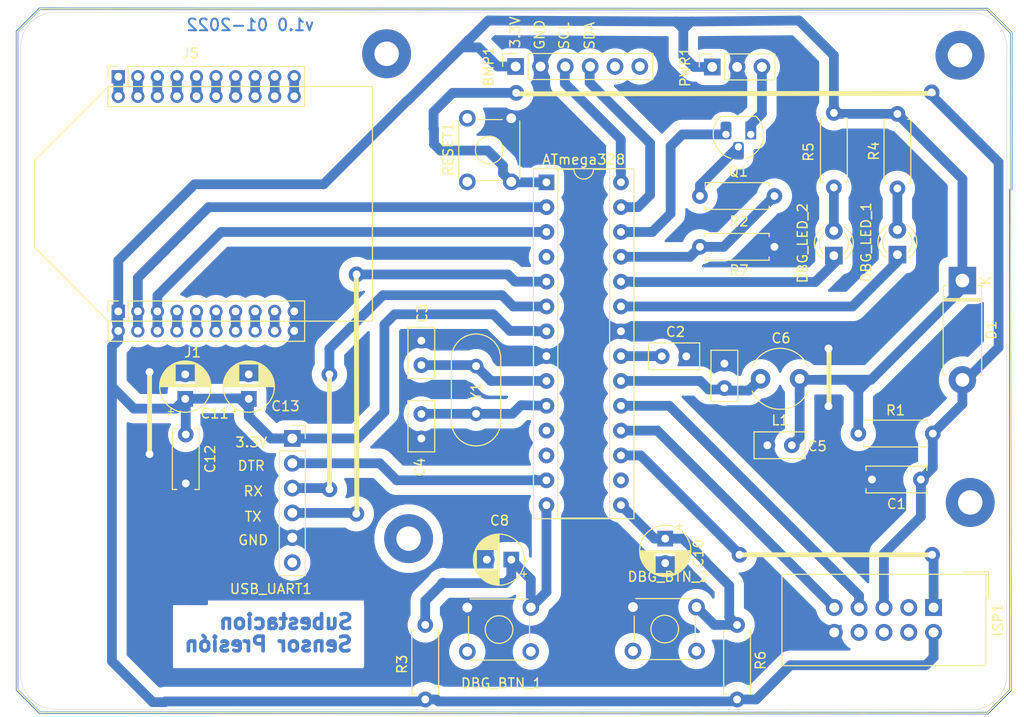
<source format=kicad_pcb>
(kicad_pcb (version 20171130) (host pcbnew "(5.1.5)-3")
  (layers (0 F.Cu signal) (31 B.Cu signal) (34 B.Paste user) (35 F.Paste user) (36 B.SilkS user) (37 F.SilkS user) (38 B.Mask user) (39 F.Mask user) (44 Edge.Cuts user))
  (net 0 "")
  (net 1 RST)
  (net 2 GND)
  (net 3 +3V3)
  (net 4 DBG_BTN_1)
  (net 5 DBG_BTN_2)
  (net 6 DBG_LED_1)
  (net 7 DBG_LED_2)
  (net 8 "Net-(J1-Pad17)")
  (net 9 "Net-(J1-Pad15)")
  (net 10 "Net-(J1-Pad13)")
  (net 11 "Net-(J1-Pad11)")
  (net 12 "Net-(J1-Pad10)")
  (net 13 "Net-(J1-Pad7)")
  (net 14 Xbee_TX_DATA-OUT)
  (net 15 Xbee_RX_DATA-IN)
  (net 16 MOSI)
  (net 17 SCK)
  (net 18 MISO)
  (net 19 USB_DTR)
  (net 20 USB_RX_DATA-IN)
  (net 21 USB_TX_DATA-OUT)
  (net 22 "Net-(J5-Pad1)")
  (net 23 "Net-(J5-Pad3)")
  (net 24 "Net-(J5-Pad5)")
  (net 25 "Net-(J5-Pad7)")
  (net 26 "Net-(J5-Pad10)")
  (net 27 "Net-(J5-Pad11)")
  (net 28 "Net-(J5-Pad13)")
  (net 29 "Net-(J5-Pad15)")
  (net 30 "Net-(J5-Pad17)")
  (net 31 "Net-(J5-Pad19)")
  (net 32 "Net-(ATmega328-Pad12)")
  (net 33 "Net-(ATmega328-Pad11)")
  (net 34 "Net-(ATmega328-Pad10)")
  (net 35 "Net-(ATmega328-Pad9)")
  (net 36 "Net-(ATmega328-Pad21)")
  (net 37 "Net-(ATmega328-Pad20)")
  (net 38 "Net-(ATmega328-Pad4)")
  (net 39 "Net-(DBG_LED_1-Pad2)")
  (net 40 "Net-(DBG_LED_2-Pad2)")
  (net 41 "Net-(ISP1-Pad3)")
  (net 42 "Net-(ISP1-Pad4)")
  (net 43 "Net-(ISP1-Pad6)")
  (net 44 "Net-(ISP1-Pad8)")
  (net 45 "Net-(USB_UART1-Pad6)")
  (net 46 BMP_SCL)
  (net 47 BMP_SDA)
  (net 48 sense_en)
  (net 49 Bat_sense)
  (net 50 "Net-(ATmega328-Pad16)")
  (net 51 "Net-(BMP1-Pad5)")
  (net 52 "Net-(BMP1-Pad6)")
  (net 53 bat_in)
  (net 54 "Net-(Q1-Pad2)")
  (module MountingHole:MountingHole_2.5mm_Pad (layer F.Cu) (at 215.55 83.35)
    (fp_text reference " " (at 0 -3.5) (layer F.SilkS))
    (fp_text value MountingHole_2.5mm_Pad)
    (pad 1 thru_hole circle (at 0 0) (size 5 5) (drill 2.5) (layers *.Cu *.Mask))
  )
  (module MountingHole:MountingHole_2.5mm_Pad (layer F.Cu) (at 158.1 87.05)
    (fp_text reference " " (at 0 -3.5) (layer F.SilkS))
    (fp_text value MountingHole_2.5mm_Pad)
    (pad 1 thru_hole circle (at 0 0) (size 5 5) (drill 2.5) (layers *.Cu *.Mask))
  )
  (module MountingHole:MountingHole_2.5mm_Pad (layer F.Cu) (at 155.85 37.45)
    (fp_text reference " " (at 0 -3.5) (layer F.SilkS))
    (fp_text value MountingHole_2.5mm_Pad)
    (pad 1 thru_hole circle (at 0 0) (size 5 5) (drill 2.5) (layers *.Cu *.Mask))
  )
  (module MountingHole:MountingHole_2.5mm_Pad (layer F.Cu) (at 214.5 37.6)
    (fp_text reference " " (at 0 -3.5) (layer F.SilkS))
    (fp_text value MountingHole_2.5mm_Pad)
    (pad 1 thru_hole circle (at 0 0) (size 5 5) (drill 2.5) (layers *.Cu *.Mask))
  )
  (module Connector_Wire:SolderWirePad_1x01_Drill0.8mm (layer F.Cu) (at 201.05 67.6)
    (fp_text reference " " (at 0.75 -2.25) (layer F.SilkS))
    (fp_text value " ")
    (pad 1 thru_hole circle (at 0 0) (size 1.6 1.6) (drill 0.8001) (layers *.Cu *.Mask) (net 2 GND))
  )
  (module Connector_Wire:SolderWirePad_1x01_Drill0.8mm (layer F.Cu) (at 201.05 73.5)
    (fp_text reference " " (at 0.75 -2.25) (layer F.SilkS))
    (fp_text value " ")
    (pad 1 thru_hole circle (at 0 0) (size 1.6 1.6) (drill 0.8001) (layers *.Cu *.Mask) (net 2 GND))
  )
  (module Connector_Wire:SolderWirePad_1x01_Drill0.8mm (layer F.Cu) (at 169.1 41.45)
    (fp_text reference " " (at 0.75 -2.25) (layer F.SilkS))
    (fp_text value " ")
    (pad 1 thru_hole circle (at 0 0) (size 1.6 1.6) (drill 0.8001) (layers *.Cu *.Mask) (net 1 RST))
  )
  (module Connector_Wire:SolderWirePad_1x01_Drill0.8mm (layer F.Cu) (at 211.6 41.4)
    (fp_text reference " " (at 0.75 -2.25) (layer F.SilkS))
    (fp_text value " ")
    (pad 1 thru_hole circle (at 0 0) (size 1.6 1.6) (drill 0.8001) (layers *.Cu *.Mask) (net 1 RST))
  )
  (module Connector_Wire:SolderWirePad_1x01_Drill0.8mm (layer F.Cu) (at 211.65 88.7)
    (fp_text reference " " (at 0.75 -2.25) (layer F.SilkS))
    (fp_text value " ")
    (pad 1 thru_hole circle (at 0 0) (size 1.6 1.6) (drill 0.8001) (layers *.Cu *.Mask) (net 16 MOSI))
  )
  (module Connector_Wire:SolderWirePad_1x01_Drill0.8mm (layer F.Cu) (at 191.95 88.7)
    (fp_text reference " " (at 0.75 -2.25) (layer F.SilkS))
    (fp_text value " ")
    (pad 1 thru_hole circle (at 0 0) (size 1.6 1.6) (drill 0.8001) (layers *.Cu *.Mask) (net 16 MOSI))
  )
  (module Resistor_THT:R_Axial_DIN0207_L6.3mm_D2.5mm_P7.62mm_Horizontal (layer F.Cu) (at 159.8 103.5 90)
    (fp_text reference R3 (at 3.6 -2.37 270) (layer F.SilkS))
    (fp_text value 10k)
    (pad 2 thru_hole oval (at 7.62 0 90) (size 1.6 1.6) (drill 0.8) (layers *.Cu *.Mask) (net 4 DBG_BTN_1))
    (pad 1 thru_hole circle (at 0 0 90) (size 1.6 1.6) (drill 0.8) (layers *.Cu *.Mask) (net 3 +3V3))
  )
  (module Connector_IDC:IDC-Header_2x05_P2.54mm_Vertical (layer F.Cu) (at 211.8 94.1 270)
    (fp_text reference ISP1 (at 1.27 -6.604 90) (layer F.SilkS))
    (fp_text value Conn_ISP)
    (pad 1 thru_hole rect (at 0 0 270) (size 1.7272 1.7272) (drill 1.016) (layers *.Cu *.Mask) (net 16 MOSI))
    (pad 2 thru_hole oval (at 2.54 0 270) (size 1.7272 1.7272) (drill 1.016) (layers *.Cu *.Mask) (net 3 +3V3))
    (pad 3 thru_hole oval (at 0 2.54 270) (size 1.7272 1.7272) (drill 1.016) (layers *.Cu *.Mask) (net 41 "Net-(ISP1-Pad3)"))
    (pad 4 thru_hole oval (at 2.54 2.54 270) (size 1.7272 1.7272) (drill 1.016) (layers *.Cu *.Mask) (net 42 "Net-(ISP1-Pad4)"))
    (pad 5 thru_hole oval (at 0 5.08 270) (size 1.7272 1.7272) (drill 1.016) (layers *.Cu *.Mask) (net 1 RST))
    (pad 6 thru_hole oval (at 2.54 5.08 270) (size 1.7272 1.7272) (drill 1.016) (layers *.Cu *.Mask) (net 43 "Net-(ISP1-Pad6)"))
    (pad 7 thru_hole oval (at 0 7.62 270) (size 1.7272 1.7272) (drill 1.016) (layers *.Cu *.Mask) (net 17 SCK))
    (pad 8 thru_hole oval (at 2.54 7.62 270) (size 1.7272 1.7272) (drill 1.016) (layers *.Cu *.Mask) (net 44 "Net-(ISP1-Pad8)"))
    (pad 9 thru_hole oval (at 0 10.16 270) (size 1.7272 1.7272) (drill 1.016) (layers *.Cu *.Mask) (net 18 MISO))
    (pad 10 thru_hole oval (at 2.54 10.16 270) (size 1.7272 1.7272) (drill 1.016) (layers *.Cu *.Mask) (net 2 GND))
  )
  (module Resistor_THT:R_Axial_DIN0207_L6.3mm_D2.5mm_P7.62mm_Horizontal (layer F.Cu) (at 208.1 43.6 270)
    (fp_text reference R4 (at 3.8 2.4 90) (layer F.SilkS))
    (fp_text value 1k)
    (pad 1 thru_hole circle (at 0 0 270) (size 1.6 1.6) (drill 0.8) (layers *.Cu *.Mask) (net 3 +3V3))
    (pad 2 thru_hole oval (at 7.62 0 270) (size 1.6 1.6) (drill 0.8) (layers *.Cu *.Mask) (net 39 "Net-(DBG_LED_1-Pad2)"))
  )
  (module Package_DIP:DIP-28_W7.62mm_Socket (layer F.Cu) (at 172.2 50.6)
    (fp_text reference ATmega328 (at 3.81 -2.33) (layer F.SilkS))
    (fp_text value ATmega328P-PU)
    (pad 28 thru_hole oval (at 7.62 0) (size 1.6 1.6) (drill 0.8) (layers *.Cu *.Mask) (net 46 BMP_SCL))
    (pad 14 thru_hole oval (at 0 33.02) (size 1.6 1.6) (drill 0.8) (layers *.Cu *.Mask) (net 4 DBG_BTN_1))
    (pad 27 thru_hole oval (at 7.62 2.54) (size 1.6 1.6) (drill 0.8) (layers *.Cu *.Mask) (net 47 BMP_SDA))
    (pad 13 thru_hole oval (at 0 30.48) (size 1.6 1.6) (drill 0.8) (layers *.Cu *.Mask) (net 19 USB_DTR))
    (pad 26 thru_hole oval (at 7.62 5.08) (size 1.6 1.6) (drill 0.8) (layers *.Cu *.Mask) (net 48 sense_en))
    (pad 12 thru_hole oval (at 0 27.94) (size 1.6 1.6) (drill 0.8) (layers *.Cu *.Mask) (net 32 "Net-(ATmega328-Pad12)"))
    (pad 25 thru_hole oval (at 7.62 7.62) (size 1.6 1.6) (drill 0.8) (layers *.Cu *.Mask) (net 49 Bat_sense))
    (pad 11 thru_hole oval (at 0 25.4) (size 1.6 1.6) (drill 0.8) (layers *.Cu *.Mask) (net 33 "Net-(ATmega328-Pad11)"))
    (pad 24 thru_hole oval (at 7.62 10.16) (size 1.6 1.6) (drill 0.8) (layers *.Cu *.Mask) (net 7 DBG_LED_2))
    (pad 10 thru_hole oval (at 0 22.86) (size 1.6 1.6) (drill 0.8) (layers *.Cu *.Mask) (net 34 "Net-(ATmega328-Pad10)"))
    (pad 23 thru_hole oval (at 7.62 12.7) (size 1.6 1.6) (drill 0.8) (layers *.Cu *.Mask) (net 6 DBG_LED_1))
    (pad 9 thru_hole oval (at 0 20.32) (size 1.6 1.6) (drill 0.8) (layers *.Cu *.Mask) (net 35 "Net-(ATmega328-Pad9)"))
    (pad 22 thru_hole oval (at 7.62 15.24) (size 1.6 1.6) (drill 0.8) (layers *.Cu *.Mask) (net 2 GND))
    (pad 8 thru_hole oval (at 0 17.78) (size 1.6 1.6) (drill 0.8) (layers *.Cu *.Mask) (net 2 GND))
    (pad 21 thru_hole oval (at 7.62 17.78) (size 1.6 1.6) (drill 0.8) (layers *.Cu *.Mask) (net 36 "Net-(ATmega328-Pad21)"))
    (pad 7 thru_hole oval (at 0 15.24) (size 1.6 1.6) (drill 0.8) (layers *.Cu *.Mask) (net 3 +3V3))
    (pad 20 thru_hole oval (at 7.62 20.32) (size 1.6 1.6) (drill 0.8) (layers *.Cu *.Mask) (net 37 "Net-(ATmega328-Pad20)"))
    (pad 6 thru_hole oval (at 0 12.7) (size 1.6 1.6) (drill 0.8) (layers *.Cu *.Mask) (net 20 USB_RX_DATA-IN))
    (pad 19 thru_hole oval (at 7.62 22.86) (size 1.6 1.6) (drill 0.8) (layers *.Cu *.Mask) (net 17 SCK))
    (pad 5 thru_hole oval (at 0 10.16) (size 1.6 1.6) (drill 0.8) (layers *.Cu *.Mask) (net 21 USB_TX_DATA-OUT))
    (pad 18 thru_hole oval (at 7.62 25.4) (size 1.6 1.6) (drill 0.8) (layers *.Cu *.Mask) (net 18 MISO))
    (pad 4 thru_hole oval (at 0 7.62) (size 1.6 1.6) (drill 0.8) (layers *.Cu *.Mask) (net 38 "Net-(ATmega328-Pad4)"))
    (pad 17 thru_hole oval (at 7.62 27.94) (size 1.6 1.6) (drill 0.8) (layers *.Cu *.Mask) (net 16 MOSI))
    (pad 3 thru_hole oval (at 0 5.08) (size 1.6 1.6) (drill 0.8) (layers *.Cu *.Mask) (net 15 Xbee_RX_DATA-IN))
    (pad 16 thru_hole oval (at 7.62 30.48) (size 1.6 1.6) (drill 0.8) (layers *.Cu *.Mask) (net 50 "Net-(ATmega328-Pad16)"))
    (pad 2 thru_hole oval (at 0 2.54) (size 1.6 1.6) (drill 0.8) (layers *.Cu *.Mask) (net 14 Xbee_TX_DATA-OUT))
    (pad 15 thru_hole oval (at 7.62 33.02) (size 1.6 1.6) (drill 0.8) (layers *.Cu *.Mask) (net 5 DBG_BTN_2))
    (pad 1 thru_hole rect (at 0 0) (size 1.6 1.6) (drill 0.8) (layers *.Cu *.Mask) (net 1 RST))
  )
  (module Resistor_THT:R_Axial_DIN0207_L6.3mm_D2.5mm_P7.62mm_Horizontal (layer F.Cu) (at 187.9 52)
    (fp_text reference R2 (at 4 2.6) (layer F.SilkS))
    (fp_text value R)
    (pad 2 thru_hole oval (at 7.62 0) (size 1.6 1.6) (drill 0.8) (layers *.Cu *.Mask) (net 49 Bat_sense))
    (pad 1 thru_hole circle (at 0 0) (size 1.6 1.6) (drill 0.8) (layers *.Cu *.Mask) (net 54 "Net-(Q1-Pad2)"))
  )
  (module Resistor_THT:R_Axial_DIN0207_L6.3mm_D2.5mm_P7.62mm_Horizontal (layer F.Cu) (at 187.9 57.2)
    (fp_text reference R7 (at 4 2.4) (layer F.SilkS))
    (fp_text value R)
    (pad 1 thru_hole circle (at 0 0) (size 1.6 1.6) (drill 0.8) (layers *.Cu *.Mask) (net 49 Bat_sense))
    (pad 2 thru_hole oval (at 7.62 0) (size 1.6 1.6) (drill 0.8) (layers *.Cu *.Mask) (net 2 GND))
  )
  (module Connector_PinSocket_2.54mm:PinSocket_1x03_P2.54mm_Vertical (layer F.Cu) (at 189.16 38.8 90)
    (fp_text reference PWR1 (at 0 -2.77 90) (layer F.SilkS))
    (fp_text value Conn_01x03_Male)
    (pad 1 thru_hole rect (at 0 0 90) (size 1.7 1.7) (drill 1) (layers *.Cu *.Mask) (net 3 +3V3))
    (pad 2 thru_hole oval (at 0 2.54 90) (size 1.7 1.7) (drill 1) (layers *.Cu *.Mask) (net 2 GND))
    (pad 3 thru_hole oval (at 0 5.08 90) (size 1.7 1.7) (drill 1) (layers *.Cu *.Mask) (net 53 bat_in))
  )
  (module Capacitor_THT:C_Disc_D6.0mm_W2.5mm_P5.00mm (layer F.Cu) (at 135.3 76.4 270)
    (fp_text reference C12 (at 2.5 -2.5 90) (layer F.SilkS))
    (fp_text value 8.2p)
    (pad 1 thru_hole circle (at 0 0 270) (size 1.6 1.6) (drill 0.8) (layers *.Cu *.Mask) (net 3 +3V3))
    (pad 2 thru_hole circle (at 5 0 270) (size 1.6 1.6) (drill 0.8) (layers *.Cu *.Mask) (net 2 GND))
  )
  (module Connector_Wire:SolderWirePad_1x01_Drill0.8mm (layer F.Cu) (at 131.6 70)
    (fp_text reference " " (at 0.75 -2.25) (layer F.SilkS))
    (fp_text value " ")
    (pad 1 thru_hole circle (at 0 0) (size 1.6 1.6) (drill 0.8001) (layers *.Cu *.Mask) (net 2 GND))
  )
  (module Connector_Wire:SolderWirePad_1x01_Drill0.8mm (layer F.Cu) (at 131.6 78.4)
    (fp_text reference " " (at 0.75 -2.25) (layer F.SilkS))
    (fp_text value " ")
    (pad 1 thru_hole circle (at 0 0) (size 1.6 1.6) (drill 0.8001) (layers *.Cu *.Mask) (net 2 GND))
  )
  (module Connector_Wire:SolderWirePad_1x01_Drill0.8mm (layer F.Cu) (at 150 70.25)
    (fp_text reference " " (at 0.75 -2.25) (layer F.SilkS))
    (fp_text value " ")
    (pad 1 thru_hole circle (at 0 0) (size 1.6 1.6) (drill 0.8001) (layers *.Cu *.Mask) (net 20 USB_RX_DATA-IN))
  )
  (module Connector_Wire:SolderWirePad_1x01_Drill0.8mm (layer F.Cu) (at 150 82)
    (fp_text reference " " (at 0.75 -2.25) (layer F.SilkS))
    (fp_text value " ")
    (pad 1 thru_hole circle (at 0 0) (size 1.6 1.6) (drill 0.8001) (layers *.Cu *.Mask))
  )
  (module Connector_Wire:SolderWirePad_1x01_Drill0.8mm (layer F.Cu) (at 152.75 84.5)
    (fp_text reference " " (at 0.75 -2.25) (layer F.SilkS))
    (fp_text value " ")
    (pad 1 thru_hole circle (at 0 0) (size 1.6 1.6) (drill 0.8001) (layers *.Cu *.Mask))
  )
  (module Connector_Wire:SolderWirePad_1x01_Drill0.8mm (layer F.Cu) (at 152.775 60.025)
    (fp_text reference " " (at 0.75 -2.25) (layer F.SilkS))
    (fp_text value " ")
    (pad 1 thru_hole circle (at 0 0) (size 1.6 1.6) (drill 0.8001) (layers *.Cu *.Mask) (net 21 USB_TX_DATA-OUT))
  )
  (module Capacitor_THT:C_Disc_D6.0mm_W2.5mm_P5.00mm (layer F.Cu) (at 210.5 81 180)
    (fp_text reference C1 (at 2.5 -2.5) (layer F.SilkS))
    (fp_text value 100n)
    (pad 1 thru_hole circle (at 0 0 180) (size 1.6 1.6) (drill 0.8) (layers *.Cu *.Mask) (net 1 RST))
    (pad 2 thru_hole circle (at 5 0 180) (size 1.6 1.6) (drill 0.8) (layers *.Cu *.Mask) (net 2 GND))
  )
  (module Capacitor_THT:C_Disc_D5.0mm_W2.5mm_P2.50mm (layer F.Cu) (at 159.4 66.8 270)
    (fp_text reference C3 (at -2.8 -0.1 90) (layer F.SilkS))
    (fp_text value 100n)
    (pad 1 thru_hole circle (at 0 0 270) (size 1.6 1.6) (drill 0.8) (layers *.Cu *.Mask) (net 2 GND))
    (pad 2 thru_hole circle (at 2.5 0 270) (size 1.6 1.6) (drill 0.8) (layers *.Cu *.Mask) (net 35 "Net-(ATmega328-Pad9)"))
  )
  (module Capacitor_THT:C_Disc_D5.0mm_W2.5mm_P2.50mm (layer F.Cu) (at 159.4 76.8 90)
    (fp_text reference C4 (at -2.95 -0.15 90) (layer F.SilkS))
    (fp_text value 100n)
    (pad 2 thru_hole circle (at 2.5 0 90) (size 1.6 1.6) (drill 0.8) (layers *.Cu *.Mask) (net 34 "Net-(ATmega328-Pad10)"))
    (pad 1 thru_hole circle (at 0 0 90) (size 1.6 1.6) (drill 0.8) (layers *.Cu *.Mask) (net 2 GND))
  )
  (module Capacitor_THT:CP_Radial_D5.0mm_P2.50mm (layer F.Cu) (at 168.6 89.2 180)
    (fp_text reference C8 (at 1.2 4) (layer F.SilkS))
    (fp_text value 1u)
    (pad 1 thru_hole rect (at 0 0 180) (size 1.6 1.6) (drill 0.8) (layers *.Cu *.Mask) (net 4 DBG_BTN_1))
    (pad 2 thru_hole circle (at 2.5 0 180) (size 1.6 1.6) (drill 0.8) (layers *.Cu *.Mask) (net 2 GND))
  )
  (module Capacitor_THT:CP_Radial_D5.0mm_P2.50mm (layer F.Cu) (at 184.35 87.05 270)
    (fp_text reference C10 (at 1.5 -3.4 90) (layer F.SilkS))
    (fp_text value 1u)
    (pad 2 thru_hole circle (at 2.5 0 270) (size 1.6 1.6) (drill 0.8) (layers *.Cu *.Mask) (net 2 GND))
    (pad 1 thru_hole rect (at 0 0 270) (size 1.6 1.6) (drill 0.8) (layers *.Cu *.Mask) (net 5 DBG_BTN_2))
  )
  (module LED_THT:LED_D3.0mm_Clear (layer F.Cu) (at 208.1 58 90)
    (fp_text reference DBG_LED_1 (at 1.27 -3.2 90) (layer F.SilkS))
    (fp_text value DBG_LED_1)
    (pad 1 thru_hole rect (at 0 0 90) (size 1.8 1.8) (drill 0.9) (layers *.Cu *.Mask) (net 6 DBG_LED_1))
    (pad 2 thru_hole circle (at 2.54 0 90) (size 1.8 1.8) (drill 0.9) (layers *.Cu *.Mask) (net 39 "Net-(DBG_LED_1-Pad2)"))
  )
  (module LED_THT:LED_D3.0mm_Clear (layer F.Cu) (at 201.6 58.1 90)
    (fp_text reference DBG_LED_2 (at 1.27 -3.2 90) (layer F.SilkS))
    (fp_text value DBG_LED_2)
    (pad 1 thru_hole rect (at 0 0 90) (size 1.8 1.8) (drill 0.9) (layers *.Cu *.Mask) (net 7 DBG_LED_2))
    (pad 2 thru_hole circle (at 2.54 0 90) (size 1.8 1.8) (drill 0.9) (layers *.Cu *.Mask) (net 40 "Net-(DBG_LED_2-Pad2)"))
  )
  (module Connector_PinSocket_2.00mm:PinSocket_2x10_P2.00mm_Vertical (layer F.Cu) (at 128.4 63.8 90)
    (fp_text reference J1 (at -4.2 7.6 180) (layer F.SilkS))
    (fp_text value Conn_XbeeS3_a)
    (pad 20 thru_hole oval (at -2 18 90) (size 1.35 1.35) (drill 0.8) (layers *.Cu *.Mask) (net 2 GND))
    (pad 19 thru_hole oval (at 0 18 90) (size 1.35 1.35) (drill 0.8) (layers *.Cu *.Mask) (net 2 GND))
    (pad 18 thru_hole oval (at -2 16 90) (size 1.35 1.35) (drill 0.8) (layers *.Cu *.Mask) (net 8 "Net-(J1-Pad17)"))
    (pad 17 thru_hole oval (at 0 16 90) (size 1.35 1.35) (drill 0.8) (layers *.Cu *.Mask) (net 8 "Net-(J1-Pad17)"))
    (pad 16 thru_hole oval (at -2 14 90) (size 1.35 1.35) (drill 0.8) (layers *.Cu *.Mask) (net 9 "Net-(J1-Pad15)"))
    (pad 15 thru_hole oval (at 0 14 90) (size 1.35 1.35) (drill 0.8) (layers *.Cu *.Mask) (net 9 "Net-(J1-Pad15)"))
    (pad 14 thru_hole oval (at -2 12 90) (size 1.35 1.35) (drill 0.8) (layers *.Cu *.Mask) (net 10 "Net-(J1-Pad13)"))
    (pad 13 thru_hole oval (at 0 12 90) (size 1.35 1.35) (drill 0.8) (layers *.Cu *.Mask) (net 10 "Net-(J1-Pad13)"))
    (pad 12 thru_hole oval (at -2 10 90) (size 1.35 1.35) (drill 0.8) (layers *.Cu *.Mask) (net 11 "Net-(J1-Pad11)"))
    (pad 11 thru_hole oval (at 0 10 90) (size 1.35 1.35) (drill 0.8) (layers *.Cu *.Mask) (net 11 "Net-(J1-Pad11)"))
    (pad 10 thru_hole oval (at -2 8 90) (size 1.35 1.35) (drill 0.8) (layers *.Cu *.Mask) (net 12 "Net-(J1-Pad10)"))
    (pad 9 thru_hole oval (at 0 8 90) (size 1.35 1.35) (drill 0.8) (layers *.Cu *.Mask) (net 12 "Net-(J1-Pad10)"))
    (pad 8 thru_hole oval (at -2 6 90) (size 1.35 1.35) (drill 0.8) (layers *.Cu *.Mask) (net 13 "Net-(J1-Pad7)"))
    (pad 7 thru_hole oval (at 0 6 90) (size 1.35 1.35) (drill 0.8) (layers *.Cu *.Mask) (net 13 "Net-(J1-Pad7)"))
    (pad 6 thru_hole oval (at -2 4 90) (size 1.35 1.35) (drill 0.8) (layers *.Cu *.Mask) (net 15 Xbee_RX_DATA-IN))
    (pad 5 thru_hole oval (at 0 4 90) (size 1.35 1.35) (drill 0.8) (layers *.Cu *.Mask) (net 15 Xbee_RX_DATA-IN))
    (pad 4 thru_hole oval (at -2 2 90) (size 1.35 1.35) (drill 0.8) (layers *.Cu *.Mask) (net 14 Xbee_TX_DATA-OUT))
    (pad 3 thru_hole oval (at 0 2 90) (size 1.35 1.35) (drill 0.8) (layers *.Cu *.Mask) (net 14 Xbee_TX_DATA-OUT))
    (pad 2 thru_hole oval (at -2 0 90) (size 1.35 1.35) (drill 0.8) (layers *.Cu *.Mask) (net 3 +3V3))
    (pad 1 thru_hole rect (at 0 0 90) (size 1.35 1.35) (drill 0.8) (layers *.Cu *.Mask) (net 3 +3V3))
  )
  (module Connector_PinSocket_2.54mm:PinSocket_1x06_P2.54mm_Vertical (layer F.Cu) (at 146.2 76.8)
    (fp_text reference USB_UART1 (at -2.2 15.4 180) (layer F.SilkS))
    (fp_text value Conn_USB-UART-conv)
    (pad 1 thru_hole rect (at 0 0) (size 1.7 1.7) (drill 1) (layers *.Cu *.Mask) (net 3 +3V3))
    (pad 2 thru_hole oval (at 0 2.54) (size 1.7 1.7) (drill 1) (layers *.Cu *.Mask) (net 19 USB_DTR))
    (pad 3 thru_hole oval (at 0 5.08) (size 1.7 1.7) (drill 1) (layers *.Cu *.Mask) (net 20 USB_RX_DATA-IN))
    (pad 4 thru_hole oval (at 0 7.62) (size 1.7 1.7) (drill 1) (layers *.Cu *.Mask) (net 21 USB_TX_DATA-OUT))
    (pad 5 thru_hole oval (at 0 10.16) (size 1.7 1.7) (drill 1) (layers *.Cu *.Mask) (net 2 GND))
    (pad 6 thru_hole oval (at 0 12.7) (size 1.7 1.7) (drill 1) (layers *.Cu *.Mask) (net 45 "Net-(USB_UART1-Pad6)"))
  )
  (module Connector_PinSocket_2.00mm:PinSocket_2x10_P2.00mm_Vertical (layer F.Cu) (at 128.4 39.8 90)
    (fp_text reference J5 (at 2.4 7.4 180) (layer F.SilkS))
    (fp_text value Conn_XbeeS3_b)
    (pad 1 thru_hole rect (at 0 0 90) (size 1.35 1.35) (drill 0.8) (layers *.Cu *.Mask) (net 22 "Net-(J5-Pad1)"))
    (pad 2 thru_hole oval (at -2 0 90) (size 1.35 1.35) (drill 0.8) (layers *.Cu *.Mask) (net 22 "Net-(J5-Pad1)"))
    (pad 3 thru_hole oval (at 0 2 90) (size 1.35 1.35) (drill 0.8) (layers *.Cu *.Mask) (net 23 "Net-(J5-Pad3)"))
    (pad 4 thru_hole oval (at -2 2 90) (size 1.35 1.35) (drill 0.8) (layers *.Cu *.Mask) (net 23 "Net-(J5-Pad3)"))
    (pad 5 thru_hole oval (at 0 4 90) (size 1.35 1.35) (drill 0.8) (layers *.Cu *.Mask) (net 24 "Net-(J5-Pad5)"))
    (pad 6 thru_hole oval (at -2 4 90) (size 1.35 1.35) (drill 0.8) (layers *.Cu *.Mask) (net 24 "Net-(J5-Pad5)"))
    (pad 7 thru_hole oval (at 0 6 90) (size 1.35 1.35) (drill 0.8) (layers *.Cu *.Mask) (net 25 "Net-(J5-Pad7)"))
    (pad 8 thru_hole oval (at -2 6 90) (size 1.35 1.35) (drill 0.8) (layers *.Cu *.Mask) (net 25 "Net-(J5-Pad7)"))
    (pad 9 thru_hole oval (at 0 8 90) (size 1.35 1.35) (drill 0.8) (layers *.Cu *.Mask) (net 26 "Net-(J5-Pad10)"))
    (pad 10 thru_hole oval (at -2 8 90) (size 1.35 1.35) (drill 0.8) (layers *.Cu *.Mask) (net 26 "Net-(J5-Pad10)"))
    (pad 11 thru_hole oval (at 0 10 90) (size 1.35 1.35) (drill 0.8) (layers *.Cu *.Mask) (net 27 "Net-(J5-Pad11)"))
    (pad 12 thru_hole oval (at -2 10 90) (size 1.35 1.35) (drill 0.8) (layers *.Cu *.Mask) (net 27 "Net-(J5-Pad11)"))
    (pad 13 thru_hole oval (at 0 12 90) (size 1.35 1.35) (drill 0.8) (layers *.Cu *.Mask) (net 28 "Net-(J5-Pad13)"))
    (pad 14 thru_hole oval (at -2 12 90) (size 1.35 1.35) (drill 0.8) (layers *.Cu *.Mask) (net 28 "Net-(J5-Pad13)"))
    (pad 15 thru_hole oval (at 0 14 90) (size 1.35 1.35) (drill 0.8) (layers *.Cu *.Mask) (net 29 "Net-(J5-Pad15)"))
    (pad 16 thru_hole oval (at -2 14 90) (size 1.35 1.35) (drill 0.8) (layers *.Cu *.Mask) (net 29 "Net-(J5-Pad15)"))
    (pad 17 thru_hole oval (at 0 16 90) (size 1.35 1.35) (drill 0.8) (layers *.Cu *.Mask) (net 30 "Net-(J5-Pad17)"))
    (pad 18 thru_hole oval (at -2 16 90) (size 1.35 1.35) (drill 0.8) (layers *.Cu *.Mask) (net 30 "Net-(J5-Pad17)"))
    (pad 19 thru_hole oval (at 0 18 90) (size 1.35 1.35) (drill 0.8) (layers *.Cu *.Mask) (net 31 "Net-(J5-Pad19)"))
    (pad 20 thru_hole oval (at -2 18 90) (size 1.35 1.35) (drill 0.8) (layers *.Cu *.Mask) (net 31 "Net-(J5-Pad19)"))
  )
  (module Resistor_THT:R_Axial_DIN0207_L6.3mm_D2.5mm_P7.62mm_Horizontal (layer F.Cu) (at 204.1 76.3)
    (fp_text reference R1 (at 3.81 -2.37) (layer F.SilkS))
    (fp_text value 47K)
    (pad 1 thru_hole circle (at 0 0) (size 1.6 1.6) (drill 0.8) (layers *.Cu *.Mask) (net 3 +3V3))
    (pad 2 thru_hole oval (at 7.62 0) (size 1.6 1.6) (drill 0.8) (layers *.Cu *.Mask) (net 1 RST))
  )
  (module Resistor_THT:R_Axial_DIN0207_L6.3mm_D2.5mm_P7.62mm_Horizontal (layer F.Cu) (at 201.6 43.5 270)
    (fp_text reference R5 (at 4 2.6 90) (layer F.SilkS))
    (fp_text value 1k)
    (pad 2 thru_hole oval (at 7.62 0 270) (size 1.6 1.6) (drill 0.8) (layers *.Cu *.Mask) (net 40 "Net-(DBG_LED_2-Pad2)"))
    (pad 1 thru_hole circle (at 0 0 270) (size 1.6 1.6) (drill 0.8) (layers *.Cu *.Mask) (net 3 +3V3))
  )
  (module Resistor_THT:R_Axial_DIN0207_L6.3mm_D2.5mm_P7.62mm_Horizontal (layer F.Cu) (at 191.7 103.5 90)
    (fp_text reference R6 (at 4 2.4 90) (layer F.SilkS))
    (fp_text value 10k)
    (pad 1 thru_hole circle (at 0 0 90) (size 1.6 1.6) (drill 0.8) (layers *.Cu *.Mask) (net 3 +3V3))
    (pad 2 thru_hole oval (at 7.62 0 90) (size 1.6 1.6) (drill 0.8) (layers *.Cu *.Mask) (net 5 DBG_BTN_2))
  )
  (module Button_Switch_THT:SW_TH_Tactile_Omron_B3F-10xx (layer F.Cu) (at 168.6 44.05 270)
    (fp_text reference RESET1 (at 3.15 6.45 90) (layer F.SilkS))
    (fp_text value SW_RESET)
    (pad 4 thru_hole circle (at 6.5 4.5 270) (size 1.7 1.7) (drill 1) (layers *.Cu *.Mask))
    (pad 3 thru_hole circle (at 0 4.5 270) (size 1.7 1.7) (drill 1) (layers *.Cu *.Mask))
    (pad 2 thru_hole circle (at 6.5 0 270) (size 1.7 1.7) (drill 1) (layers *.Cu *.Mask) (net 1 RST))
    (pad 1 thru_hole circle (at 0 0 270) (size 1.7 1.7) (drill 1) (layers *.Cu *.Mask) (net 2 GND))
  )
  (module Button_Switch_THT:SW_TH_Tactile_Omron_B3F-10xx (layer F.Cu) (at 164.1 94.1)
    (fp_text reference DBG_BTN_1 (at 3.5 7.75) (layer F.SilkS))
    (fp_text value SW_Push)
    (pad 4 thru_hole circle (at 6.5 4.5) (size 1.7 1.7) (drill 1) (layers *.Cu *.Mask))
    (pad 3 thru_hole circle (at 0 4.5) (size 1.7 1.7) (drill 1) (layers *.Cu *.Mask))
    (pad 2 thru_hole circle (at 6.5 0) (size 1.7 1.7) (drill 1) (layers *.Cu *.Mask) (net 4 DBG_BTN_1))
    (pad 1 thru_hole circle (at 0 0) (size 1.7 1.7) (drill 1) (layers *.Cu *.Mask) (net 2 GND))
  )
  (module Button_Switch_THT:SW_TH_Tactile_Omron_B3F-10xx (layer F.Cu) (at 181.05 94.05)
    (fp_text reference DBG_BTN_2 (at 3.6 -3.1) (layer F.SilkS))
    (fp_text value SW_Push)
    (pad 1 thru_hole circle (at 0 0) (size 1.7 1.7) (drill 1) (layers *.Cu *.Mask) (net 2 GND))
    (pad 2 thru_hole circle (at 6.5 0) (size 1.7 1.7) (drill 1) (layers *.Cu *.Mask) (net 5 DBG_BTN_2))
    (pad 3 thru_hole circle (at 0 4.5) (size 1.7 1.7) (drill 1) (layers *.Cu *.Mask))
    (pad 4 thru_hole circle (at 6.5 4.5) (size 1.7 1.7) (drill 1) (layers *.Cu *.Mask))
  )
  (module Crystal:Crystal_HC49-4H_Vertical (layer F.Cu) (at 165 69.4 270)
    (fp_text reference Y1 (at 2.6 0 90) (layer F.SilkS))
    (fp_text value Crystal)
    (pad 1 thru_hole circle (at 0 0 270) (size 1.5 1.5) (drill 0.8) (layers *.Cu *.Mask) (net 35 "Net-(ATmega328-Pad9)"))
    (pad 2 thru_hole circle (at 4.88 0 270) (size 1.5 1.5) (drill 0.8) (layers *.Cu *.Mask) (net 34 "Net-(ATmega328-Pad10)"))
  )
  (module Capacitor_THT:CP_Radial_D5.0mm_P2.50mm (layer F.Cu) (at 141.75 72.75 90)
    (fp_text reference C11 (at -1.5 -3.5 180) (layer F.SilkS))
    (fp_text value 1u)
    (pad 1 thru_hole rect (at 0 0 90) (size 1.6 1.6) (drill 0.8) (layers *.Cu *.Mask) (net 3 +3V3))
    (pad 2 thru_hole circle (at 2.5 0 90) (size 1.6 1.6) (drill 0.8) (layers *.Cu *.Mask) (net 2 GND))
  )
  (module Capacitor_THT:CP_Radial_D5.0mm_P2.50mm (layer F.Cu) (at 135.25 72.75 90)
    (fp_text reference C13 (at -0.75 10.25 180) (layer F.SilkS))
    (fp_text value 10u)
    (pad 2 thru_hole circle (at 2.5 0 90) (size 1.6 1.6) (drill 0.8) (layers *.Cu *.Mask) (net 2 GND))
    (pad 1 thru_hole rect (at 0 0 90) (size 1.6 1.6) (drill 0.8) (layers *.Cu *.Mask) (net 3 +3V3))
  )
  (module Connector_PinSocket_2.54mm:PinSocket_1x06_P2.54mm_Vertical (layer F.Cu) (at 169.05 38.75 90)
    (fp_text reference BMP1 (at 0 -2.77 90) (layer F.SilkS))
    (fp_text value Conn_01x06_Female)
    (pad 1 thru_hole rect (at 0 0 90) (size 1.7 1.7) (drill 1) (layers *.Cu *.Mask) (net 3 +3V3))
    (pad 2 thru_hole oval (at 0 2.54 90) (size 1.7 1.7) (drill 1) (layers *.Cu *.Mask) (net 2 GND))
    (pad 3 thru_hole oval (at 0 5.08 90) (size 1.7 1.7) (drill 1) (layers *.Cu *.Mask) (net 46 BMP_SCL))
    (pad 4 thru_hole oval (at 0 7.62 90) (size 1.7 1.7) (drill 1) (layers *.Cu *.Mask) (net 47 BMP_SDA))
    (pad 5 thru_hole oval (at 0 10.16 90) (size 1.7 1.7) (drill 1) (layers *.Cu *.Mask) (net 51 "Net-(BMP1-Pad5)"))
    (pad 6 thru_hole oval (at 0 12.7 90) (size 1.7 1.7) (drill 1) (layers *.Cu *.Mask) (net 52 "Net-(BMP1-Pad6)"))
  )
  (module Capacitor_THT:C_Disc_D5.0mm_W2.5mm_P2.50mm (layer F.Cu) (at 186.5 68.4 180)
    (fp_text reference C2 (at 1.1 2.5) (layer F.SilkS))
    (fp_text value 100n)
    (pad 1 thru_hole circle (at 0 0 180) (size 1.6 1.6) (drill 0.8) (layers *.Cu *.Mask) (net 2 GND))
    (pad 2 thru_hole circle (at 2.5 0 180) (size 1.6 1.6) (drill 0.8) (layers *.Cu *.Mask) (net 36 "Net-(ATmega328-Pad21)"))
  )
  (module Capacitor_THT:C_Disc_D5.0mm_W2.5mm_P2.50mm (layer F.Cu) (at 194.8 77.5)
    (fp_text reference C5 (at 5.1 0.1) (layer F.SilkS))
    (fp_text value 100n)
    (pad 2 thru_hole circle (at 2.5 0) (size 1.6 1.6) (drill 0.8) (layers *.Cu *.Mask) (net 3 +3V3))
    (pad 1 thru_hole circle (at 0 0) (size 1.6 1.6) (drill 0.8) (layers *.Cu *.Mask) (net 2 GND))
  )
  (module Capacitor_THT:C_Disc_D5.0mm_W2.5mm_P2.50mm (layer F.Cu) (at 190.4 71.65 90)
    (fp_text reference C6 (at 5.1 5.8 180) (layer F.SilkS))
    (fp_text value 100n)
    (pad 1 thru_hole circle (at 0 0 90) (size 1.6 1.6) (drill 0.8) (layers *.Cu *.Mask) (net 37 "Net-(ATmega328-Pad20)"))
    (pad 2 thru_hole circle (at 2.5 0 90) (size 1.6 1.6) (drill 0.8) (layers *.Cu *.Mask) (net 2 GND))
  )
  (module Diode_THT:D_5W_P10.16mm_Horizontal (layer F.Cu) (at 214.75 60.65 270)
    (fp_text reference D1 (at 5.08 -2.97 90) (layer F.SilkS))
    (fp_text value D)
    (fp_text user K (at 0 -2.4 90) (layer F.SilkS))
    (pad 1 thru_hole rect (at 0 0 270) (size 2.8 2.8) (drill 1.4) (layers *.Cu *.Mask) (net 3 +3V3))
    (pad 2 thru_hole oval (at 10.16 0 270) (size 2.8 2.8) (drill 1.4) (layers *.Cu *.Mask) (net 1 RST))
  )
  (module Inductor_THT:L_Radial_D6.0mm_P4.00mm (layer F.Cu) (at 198.1 70.7 180)
    (fp_text reference L1 (at 2 -4.25) (layer F.SilkS))
    (fp_text value 10u)
    (pad 1 thru_hole circle (at 0 0 180) (size 2 2) (drill 1) (layers *.Cu *.Mask) (net 3 +3V3))
    (pad 2 thru_hole circle (at 4 0 180) (size 2 2) (drill 1) (layers *.Cu *.Mask) (net 37 "Net-(ATmega328-Pad20)"))
  )
  (module Package_TO_SOT_THT:TO-92L_HandSolder (layer F.Cu) (at 193.1 45.7 180)
    (fp_text reference Q1 (at 1.27 -3.8) (layer F.SilkS))
    (fp_text value Q_NMOS_DSG)
    (pad 2 thru_hole roundrect (at 1.27 -1.27 180) (size 1.1 1.8) (drill 0.75 (offset 0 -0.4)) (layers *.Cu *.Mask) (net 54 "Net-(Q1-Pad2)"))
    (pad 3 thru_hole roundrect (at 2.54 0 180) (size 1.1 1.8) (drill 0.75 (offset 0 0.4)) (layers *.Cu *.Mask) (net 48 sense_en))
    (pad 1 thru_hole rect (at 0 0 180) (size 1.1 1.8) (drill 0.75 (offset 0 0.4)) (layers *.Cu *.Mask) (net 53 bat_in))
  )
  (gr_line (start 219.65 102.55) (end 219.75 35.3) (layer F.SilkS) (width 0.12))
  (gr_line (start 217.3 104.9) (end 219.65 102.55) (layer F.SilkS) (width 0.12))
  (gr_line (start 129.7 104.85) (end 217.3 104.9) (layer F.SilkS) (width 0.12))
  (gr_line (start 120.4 104.85) (end 129.7 104.85) (layer F.SilkS) (width 0.12))
  (gr_line (start 119.1 103.55) (end 120.4 104.85) (layer F.SilkS) (width 0.12))
  (gr_line (start 118.05 102.5) (end 119.1 103.55) (layer F.SilkS) (width 0.12))
  (gr_line (start 118.05 102.45) (end 118.05 102.5) (layer F.SilkS) (width 0.12))
  (gr_line (start 118.05 35.2) (end 118.05 102.45) (layer F.SilkS) (width 0.12))
  (gr_line (start 120.4 32.85) (end 118.05 35.2) (layer F.SilkS) (width 0.12))
  (gr_line (start 120.45 32.85) (end 120.4 32.85) (layer F.SilkS) (width 0.12))
  (gr_line (start 217.35 32.9) (end 120.45 32.85) (layer F.SilkS) (width 0.12))
  (gr_line (start 219.75 35.3) (end 217.35 32.9) (layer F.SilkS) (width 0.12))
  (gr_line (start 201.1 73.55) (end 201.1 67.6) (layer F.SilkS) (width 0.5))
  (gr_line (start 211.8 41.5) (end 169.025 41.55) (layer F.SilkS) (width 0.5))
  (gr_line (start 211.6 88.7) (end 192.1 88.7) (layer F.SilkS) (width 0.5))
  (gr_line (start 131.6 78) (end 131.6 70.2) (layer F.SilkS) (width 0.5))
  (gr_text "Sensor Presión" (at 143.75 97.85) (layer B.Cu) (effects (font (size 1.5 1.5) (thickness 0.375)) (justify mirror)))
  (gr_text 3.3V (at 142 77.2) (layer F.SilkS) (effects (font (size 1 1))))
  (gr_text TX (at 142.2 84.8) (layer F.SilkS) (effects (font (size 1 1))))
  (gr_text DTR (at 142 79.6) (layer F.SilkS) (effects (font (size 1 1))))
  (gr_text RX (at 142.2 82.2) (layer F.SilkS) (effects (font (size 1 1))))
  (gr_text GND (at 142.2 87.2) (layer F.SilkS) (effects (font (size 1 1))))
  (gr_text SCL (at 174 35.6 90) (layer F.SilkS) (effects (font (size 1 1))))
  (gr_text SDA (at 176.6 35.6 90) (layer F.SilkS) (effects (font (size 1 1))))
  (gr_text 3.3V (at 169 35.25 90) (layer F.SilkS) (effects (font (size 1 1))))
  (gr_text GND (at 171.5 35.5 90) (layer F.SilkS) (effects (font (size 1 1))))
  (gr_text "v1.0 01-2022" (at 141.9 34.5) (layer B.Cu) (effects (font (size 1.2 1.2) (thickness 0.2)) (justify mirror)))
  (gr_text Subestacion (at 145.55 95.55) (layer B.Cu) (effects (font (size 1.5 1.5) (thickness 0.375)) (justify mirror)))
  (gr_line (start 122 104.5) (end 215.7 104.55) (layer Edge.Cuts) (width 0.05))
  (gr_line (start 118.4 36.8) (end 118.4 100.9) (layer Edge.Cuts) (width 0.05))
  (gr_line (start 215.7 33.25) (end 122 33.2) (layer Edge.Cuts) (width 0.05))
  (gr_line (start 219.3 100.95) (end 219.3 36.85) (layer Edge.Cuts) (width 0.05))
  (gr_arc (start 215.7 100.95) (end 215.7 104.55) (angle -90) (layer Edge.Cuts) (width 0.05))
  (gr_arc (start 122 100.9) (end 118.4 100.9) (angle -90) (layer Edge.Cuts) (width 0.05))
  (gr_arc (start 122 36.8) (end 122 33.2) (angle -90) (layer Edge.Cuts) (width 0.05))
  (gr_arc (start 215.7 36.85) (end 219.3 36.85) (angle -90) (layer Edge.Cuts) (width 0.05))
  (gr_line (start 150 81.8) (end 150 70.2) (layer F.SilkS) (width 0.5))
  (gr_line (start 152.8 84.4) (end 152.75 60.025) (layer F.SilkS) (width 0.5))
  (gr_line (start 119.8 57.2) (end 127.34 64.8) (layer F.SilkS) (width 0.12))
  (gr_line (start 119.8 48.4) (end 127.4 40.8) (layer F.SilkS) (width 0.12))
  (gr_line (start 119.8 48.4) (end 119.8 57.2) (layer F.SilkS) (width 0.12))
  (gr_line (start 127.34 40.8) (end 127.34 42.86) (layer F.SilkS) (width 0.12))
  (gr_line (start 154.4 40.8) (end 127.34 40.8) (layer F.SilkS) (width 0.12))
  (gr_line (start 154.4 50.6) (end 154.4 40.8) (layer F.SilkS) (width 0.12))
  (gr_line (start 154.4 64.8) (end 154.4 50.6) (layer F.SilkS) (width 0.12))
  (gr_line (start 127.34 64.8) (end 154.4 64.8) (layer F.SilkS) (width 0.12))
  (segment (start 170.65 98.55) (end 170.6 98.6) (width 1) (layer B.Cu) (net 0))
  (segment (start 217.320308 32.883875) (end 219.75 35.313567) (width 0.25) (layer B.Cu) (net 0))
  (segment (start 121.855209 32.849914) (end 185.500115 32.883875) (width 0.25) (layer B.Cu) (net 0))
  (segment (start 217.336346 104.900086) (end 215.844791 104.900086) (width 0.25) (layer B.Cu) (net 0))
  (segment (start 219.75 35.313567) (end 219.75 36.6) (width 0.25) (layer B.Cu) (net 0))
  (segment (start 219.652847 102.583585) (end 217.336346 104.900086) (width 0.25) (layer B.Cu) (net 0))
  (segment (start 120.378305 104.864738) (end 118.04999 102.536423) (width 0.25) (layer B.Cu) (net 0))
  (segment (start 219.652847 51.397153) (end 219.652847 102.583585) (width 0.25) (layer B.Cu) (net 0))
  (segment (start 118.04999 35.163576) (end 120.363652 32.849914) (width 0.25) (layer B.Cu) (net 0))
  (segment (start 219.75 51.3) (end 219.652847 51.397153) (width 0.25) (layer B.Cu) (net 0))
  (segment (start 215.844791 104.900086) (end 149.599993 104.864738) (width 0.25) (layer B.Cu) (net 0))
  (segment (start 219.75 36.65) (end 219.75 51.3) (width 0.25) (layer B.Cu) (net 0))
  (segment (start 118.04999 102.536423) (end 118.04999 35.163576) (width 0.25) (layer B.Cu) (net 0))
  (segment (start 149.599993 104.864738) (end 120.378305 104.864738) (width 0.25) (layer B.Cu) (net 0))
  (segment (start 185.500115 32.883875) (end 217.320308 32.883875) (width 0.25) (layer B.Cu) (net 0))
  (segment (start 120.363652 32.849914) (end 121.855209 32.849914) (width 0.25) (layer B.Cu) (net 0))
  (segment (start 170.6 50.6) (end 169.4 50.6) (width 1) (layer B.Cu) (net 1))
  (segment (start 172.2 50.6) (end 170.6 50.6) (width 1) (layer B.Cu) (net 1))
  (segment (start 169.4 50.6) (end 168.4 50.6) (width 1) (layer B.Cu) (net 1))
  (segment (start 211.72 79.78) (end 210.5 81) (width 1) (layer B.Cu) (net 1))
  (segment (start 211.72 76.3) (end 211.72 79.78) (width 1) (layer B.Cu) (net 1))
  (segment (start 210.5 81) (end 210.5 82.2) (width 1) (layer B.Cu) (net 1))
  (segment (start 206.72 88.58) (end 206.72 92.878686) (width 1) (layer B.Cu) (net 1))
  (segment (start 210.5 81) (end 210.5 84.8) (width 1) (layer B.Cu) (net 1))
  (segment (start 206.72 92.878686) (end 206.72 94.1) (width 1) (layer B.Cu) (net 1))
  (segment (start 210.5 84.8) (end 206.72 88.58) (width 1) (layer B.Cu) (net 1))
  (segment (start 167.750001 49.700001) (end 167.750001 48.900001) (width 1) (layer B.Cu) (net 1))
  (segment (start 168.6 50.55) (end 167.750001 49.700001) (width 1) (layer B.Cu) (net 1))
  (segment (start 167.750001 48.900001) (end 166.2 47.35) (width 1) (layer B.Cu) (net 1))
  (segment (start 166.2 47.35) (end 161.35 47.35) (width 1) (layer B.Cu) (net 1))
  (segment (start 161.35 47.35) (end 160.7 46.7) (width 1) (layer B.Cu) (net 1))
  (segment (start 160.65 45.105998) (end 160.65 43.4) (width 1) (layer B.Cu) (net 1))
  (segment (start 162.6 41.45) (end 169.1 41.45) (width 1) (layer B.Cu) (net 1))
  (segment (start 160.65 43.4) (end 162.6 41.45) (width 1) (layer B.Cu) (net 1))
  (segment (start 160.7 45.155998) (end 160.65 45.105998) (width 1) (layer B.Cu) (net 1))
  (segment (start 160.7 46.7) (end 160.7 45.155998) (width 1) (layer B.Cu) (net 1))
  (segment (start 211.6 41.7) (end 211.6 41.4) (width 1) (layer B.Cu) (net 1))
  (segment (start 218.45 67.489898) (end 218.45 48.55) (width 1) (layer B.Cu) (net 1))
  (segment (start 218.45 48.55) (end 211.6 41.7) (width 1) (layer B.Cu) (net 1))
  (segment (start 215.179898 70.76) (end 218.45 67.489898) (width 1) (layer B.Cu) (net 1))
  (segment (start 214.75 73.27) (end 211.72 76.3) (width 1) (layer B.Cu) (net 1))
  (segment (start 214.75 70.81) (end 214.75 73.27) (width 1) (layer B.Cu) (net 1))
  (segment (start 128.4 65.8) (end 128.4 63.8) (width 1) (layer B.Cu) (net 3))
  (segment (start 128.4 63.8) (end 128.4 58.6) (width 1) (layer B.Cu) (net 3))
  (segment (start 128.4 58.6) (end 136.2 50.8) (width 1) (layer B.Cu) (net 3))
  (segment (start 136.2 50.8) (end 149.4 50.8) (width 1) (layer B.Cu) (net 3))
  (segment (start 146.2 76.8) (end 144.35 76.8) (width 1) (layer B.Cu) (net 3))
  (segment (start 128.4 64.8) (end 128.2 64.6) (width 1) (layer B.Cu) (net 3))
  (segment (start 128.4 65.8) (end 128.2 64.6) (width 1) (layer B.Cu) (net 3))
  (segment (start 128.2 64.6) (end 128.4 63.2) (width 1) (layer B.Cu) (net 3))
  (segment (start 157.95 42.25) (end 149.4 50.8) (width 1) (layer B.Cu) (net 3))
  (segment (start 128.4 66.754594) (end 127.75 67.404594) (width 1) (layer B.Cu) (net 3))
  (segment (start 128.4 65.8) (end 128.4 66.754594) (width 1) (layer B.Cu) (net 3))
  (segment (start 127.75 71.5) (end 130 73.75) (width 1) (layer B.Cu) (net 3))
  (segment (start 127.75 67.404594) (end 127.75 71.5) (width 1) (layer B.Cu) (net 3))
  (segment (start 134.25 73.75) (end 135.25 72.75) (width 1) (layer B.Cu) (net 3))
  (segment (start 130 73.75) (end 134.25 73.75) (width 1) (layer B.Cu) (net 3))
  (segment (start 144 76.8) (end 144.35 76.8) (width 1) (layer B.Cu) (net 3))
  (segment (start 141.75 74.55) (end 144 76.8) (width 1) (layer B.Cu) (net 3))
  (segment (start 141.75 72.75) (end 141.75 74.55) (width 1) (layer B.Cu) (net 3))
  (segment (start 157.95 42.25) (end 158 42.25) (width 1) (layer B.Cu) (net 3))
  (segment (start 169.05 38.75) (end 167.2 38.75) (width 1) (layer B.Cu) (net 3))
  (segment (start 167.2 38.75) (end 165.25 36.8) (width 1) (layer B.Cu) (net 3))
  (segment (start 141.75 73.65) (end 140.8 72.7) (width 1) (layer B.Cu) (net 3))
  (segment (start 141.75 74.55) (end 141.75 73.65) (width 1) (layer B.Cu) (net 3))
  (segment (start 135.25 72.75) (end 140.8 72.7) (width 1) (layer B.Cu) (net 3))
  (segment (start 140.8 72.7) (end 141.75 72.75) (width 1) (layer B.Cu) (net 3))
  (segment (start 163.7 36.8) (end 163.6 36.7) (width 1) (layer B.Cu) (net 3))
  (segment (start 165.25 36.8) (end 163.7 36.8) (width 1) (layer B.Cu) (net 3))
  (segment (start 163.6 36.7) (end 164.25 36) (width 1) (layer B.Cu) (net 3))
  (segment (start 135.3 72.8) (end 135.25 72.75) (width 1) (layer B.Cu) (net 3))
  (segment (start 135.3 76.4) (end 135.3 72.8) (width 1) (layer B.Cu) (net 3))
  (segment (start 198.1 72.114213) (end 198.1 70.7) (width 1) (layer B.Cu) (net 3))
  (segment (start 197.3 77.5) (end 198.099999 76.700001) (width 1) (layer B.Cu) (net 3))
  (segment (start 198.099999 76.700001) (end 198.1 72.114213) (width 1) (layer B.Cu) (net 3))
  (segment (start 204.1 71.9) (end 203.2 71) (width 1) (layer B.Cu) (net 3))
  (segment (start 204.1 76.3) (end 204.1 71.9) (width 1) (layer B.Cu) (net 3))
  (segment (start 198.2 70.8) (end 198.1 70.7) (width 1) (layer B.Cu) (net 3))
  (segment (start 205.1 70.8) (end 200.3 70.8) (width 1) (layer B.Cu) (net 3))
  (segment (start 200.3 70.8) (end 198.2 70.8) (width 1) (layer B.Cu) (net 3))
  (segment (start 205.1 70.9) (end 204.1 71.9) (width 1) (layer B.Cu) (net 3))
  (segment (start 205.1 70.8) (end 205.1 70.9) (width 1) (layer B.Cu) (net 3))
  (segment (start 152.9 76.8) (end 144 76.8) (width 1) (layer B.Cu) (net 3))
  (segment (start 155.625 65.15) (end 155.625 74.075) (width 1) (layer B.Cu) (net 3))
  (segment (start 156.675 64.1) (end 155.625 65.15) (width 1) (layer B.Cu) (net 3))
  (segment (start 171.06863 65.84) (end 171.02863 65.8) (width 1) (layer B.Cu) (net 3))
  (segment (start 172.2 65.84) (end 171.06863 65.84) (width 1) (layer B.Cu) (net 3))
  (segment (start 166.775 64.1) (end 156.675 64.1) (width 1) (layer B.Cu) (net 3))
  (segment (start 171.02863 65.8) (end 168.475 65.8) (width 1) (layer B.Cu) (net 3))
  (segment (start 155.625 74.075) (end 152.9 76.8) (width 1) (layer B.Cu) (net 3))
  (segment (start 168.475 65.8) (end 166.775 64.1) (width 1) (layer B.Cu) (net 3))
  (segment (start 201.7 43.6) (end 201.6 43.5) (width 1) (layer B.Cu) (net 3))
  (segment (start 208.1 43.6) (end 201.7 43.6) (width 1) (layer B.Cu) (net 3))
  (segment (start 211.8 99.2) (end 211.8 96.64) (width 1) (layer B.Cu) (net 3))
  (segment (start 211 100) (end 211.8 99.2) (width 1) (layer B.Cu) (net 3))
  (segment (start 189.16 38.8) (end 187.31 38.8) (width 1) (layer B.Cu) (net 3))
  (segment (start 187.31 38.8) (end 186.2 37.69) (width 1) (layer B.Cu) (net 3))
  (segment (start 201.6 37.625) (end 198.025 34.05) (width 1) (layer B.Cu) (net 3))
  (segment (start 201.6 43.5) (end 201.6 37.625) (width 1) (layer B.Cu) (net 3))
  (segment (start 166.65 34.05) (end 166.25 34.05) (width 1) (layer B.Cu) (net 3))
  (segment (start 158 42.25) (end 162.75 37.55) (width 1) (layer B.Cu) (net 3))
  (segment (start 166.25 34.05) (end 162.75 37.55) (width 1) (layer B.Cu) (net 3))
  (segment (start 162.75 37.55) (end 163.6 36.7) (width 1) (layer B.Cu) (net 3))
  (segment (start 186.2 35) (end 186.2 34.95) (width 1) (layer B.Cu) (net 3))
  (segment (start 186.2 37.69) (end 186.2 35) (width 1) (layer B.Cu) (net 3))
  (segment (start 186.2 35) (end 186.2 34.2) (width 1) (layer B.Cu) (net 3))
  (segment (start 186.2 34.95) (end 187 34.15) (width 1) (layer B.Cu) (net 3))
  (segment (start 198.025 34.05) (end 187 34.15) (width 1) (layer B.Cu) (net 3))
  (segment (start 186.2 34.95) (end 186.2 34.9) (width 1) (layer B.Cu) (net 3))
  (segment (start 187 34.15) (end 185.45 34.15) (width 1) (layer B.Cu) (net 3))
  (segment (start 186.2 34.9) (end 185.45 34.15) (width 1) (layer B.Cu) (net 3))
  (segment (start 185.45 34.15) (end 166.65 34.05) (width 1) (layer B.Cu) (net 3))
  (segment (start 159.6 103.7) (end 133.249999 103.7) (width 1) (layer B.Cu) (net 3))
  (segment (start 133.249999 103.7) (end 133.169049 103.78095) (width 1) (layer B.Cu) (net 3))
  (segment (start 133.169049 103.78095) (end 131.930289 103.780289) (width 1) (layer B.Cu) (net 3))
  (segment (start 127.75 99.6) (end 127.75 71.5) (width 1) (layer B.Cu) (net 3))
  (segment (start 131.930289 103.780289) (end 127.75 99.6) (width 1) (layer B.Cu) (net 3))
  (segment (start 161.13137 103.7) (end 187.5 103.7) (width 1) (layer B.Cu) (net 3))
  (segment (start 160.93137 103.5) (end 161.13137 103.7) (width 1) (layer B.Cu) (net 3))
  (segment (start 159.8 103.5) (end 160.93137 103.5) (width 1) (layer B.Cu) (net 3))
  (segment (start 191.5 103.7) (end 191.7 103.5) (width 1) (layer B.Cu) (net 3))
  (segment (start 187.5 103.7) (end 191.5 103.7) (width 1) (layer B.Cu) (net 3))
  (segment (start 193.65 103.5) (end 197.15 100) (width 1) (layer B.Cu) (net 3))
  (segment (start 191.7 103.5) (end 193.65 103.5) (width 1) (layer B.Cu) (net 3))
  (segment (start 197.15 100) (end 211 100) (width 1) (layer B.Cu) (net 3))
  (segment (start 205.4 70.8) (end 200.3 70.8) (width 1) (layer B.Cu) (net 3))
  (segment (start 214.75 60.65) (end 214.75 61.45) (width 1) (layer B.Cu) (net 3))
  (segment (start 214.75 61.45) (end 205.4 70.8) (width 1) (layer B.Cu) (net 3))
  (segment (start 214.75 50.25) (end 214.75 60.65) (width 1) (layer B.Cu) (net 3))
  (segment (start 208.1 43.6) (end 214.75 50.25) (width 1) (layer B.Cu) (net 3))
  (segment (start 172.2 83.62) (end 172.2 83.320008) (width 1) (layer B.Cu) (net 4))
  (segment (start 172.2 84.75137) (end 172.2 83.62) (width 1) (layer B.Cu) (net 4))
  (segment (start 172.2 92.5) (end 172.2 83.62) (width 1) (layer B.Cu) (net 4))
  (segment (start 170.6 94.1) (end 172.2 92.5) (width 1) (layer B.Cu) (net 4))
  (segment (start 168.6 91) (end 168.6 89.2) (width 1) (layer B.Cu) (net 4))
  (segment (start 168 91.6) (end 168.6 91) (width 1) (layer B.Cu) (net 4))
  (segment (start 161.51137 91.6) (end 168 91.6) (width 1) (layer B.Cu) (net 4))
  (segment (start 170.6 91.2) (end 168.6 89.2) (width 1) (layer B.Cu) (net 4))
  (segment (start 170.6 94.1) (end 170.6 91.2) (width 1) (layer B.Cu) (net 4))
  (segment (start 159.8 93.4) (end 161.65 91.55) (width 1) (layer B.Cu) (net 4))
  (segment (start 159.8 95.88) (end 159.8 93.4) (width 1) (layer B.Cu) (net 4))
  (segment (start 180 83.8) (end 179.82 83.62) (width 1) (layer B.Cu) (net 5))
  (segment (start 186.15 87.05) (end 184.35 87.05) (width 1) (layer B.Cu) (net 5))
  (segment (start 188.37 89.27) (end 186.15 87.05) (width 1) (layer B.Cu) (net 5))
  (segment (start 183.25 87.05) (end 179.82 83.62) (width 1) (layer B.Cu) (net 5))
  (segment (start 184.35 87.05) (end 183.25 87.05) (width 1) (layer B.Cu) (net 5))
  (segment (start 188.37 89.27) (end 188.37 89.32) (width 1) (layer B.Cu) (net 5))
  (segment (start 188.37 89.32) (end 190.35 91.3) (width 1) (layer B.Cu) (net 5))
  (segment (start 190.900001 91.850001) (end 190.35 91.3) (width 1) (layer B.Cu) (net 5))
  (segment (start 190.900001 95.080001) (end 190.900001 91.850001) (width 1) (layer B.Cu) (net 5))
  (segment (start 191.7 95.88) (end 190.900001 95.080001) (width 1) (layer B.Cu) (net 5))
  (segment (start 189.38 95.88) (end 187.55 94.05) (width 1) (layer B.Cu) (net 5))
  (segment (start 191.7 95.88) (end 189.38 95.88) (width 1) (layer B.Cu) (net 5))
  (segment (start 208.1 58.7) (end 208.1 58) (width 1) (layer B.Cu) (net 6))
  (segment (start 179.82 63.3) (end 203.5 63.3) (width 1) (layer B.Cu) (net 6))
  (segment (start 203.5 63.3) (end 208.1 58.7) (width 1) (layer B.Cu) (net 6))
  (segment (start 180.95137 60.76) (end 180.99137 60.8) (width 1) (layer B.Cu) (net 7))
  (segment (start 179.82 60.76) (end 180.95137 60.76) (width 1) (layer B.Cu) (net 7))
  (segment (start 180.99137 60.8) (end 199.7 60.8) (width 1) (layer B.Cu) (net 7))
  (segment (start 199.7 60.8) (end 201.8 58.7) (width 1) (layer B.Cu) (net 7))
  (segment (start 144.4 65.8) (end 144.4 63.8) (width 1) (layer B.Cu) (net 8))
  (segment (start 142.4 63.8) (end 142.4 65.8) (width 1) (layer B.Cu) (net 9))
  (segment (start 140.4 65.8) (end 140.4 63.8) (width 1) (layer B.Cu) (net 10))
  (segment (start 138.4 63.8) (end 138.4 65.8) (width 1) (layer B.Cu) (net 11))
  (segment (start 136.4 65.8) (end 136.4 63.8) (width 1) (layer B.Cu) (net 12))
  (segment (start 134.4 63.8) (end 134.4 65.8) (width 1) (layer B.Cu) (net 13))
  (segment (start 130.4 65.8) (end 130.4 63.8) (width 1) (layer B.Cu) (net 14))
  (segment (start 171.06863 53.14) (end 172.2 53.14) (width 1) (layer B.Cu) (net 14))
  (segment (start 137.639998 53.14) (end 171.06863 53.14) (width 1) (layer B.Cu) (net 14))
  (segment (start 130.4 60.379998) (end 137.639998 53.14) (width 1) (layer B.Cu) (net 14))
  (segment (start 130.4 63.8) (end 130.4 60.379998) (width 1) (layer B.Cu) (net 14))
  (segment (start 132.4 64.8) (end 132.4 63.8) (width 1) (layer B.Cu) (net 15))
  (segment (start 132.4 65.8) (end 132.4 64.8) (width 1) (layer B.Cu) (net 15))
  (segment (start 132.4 62.2) (end 132.4 63.8) (width 1) (layer B.Cu) (net 15))
  (segment (start 172.2 55.68) (end 138.92 55.68) (width 1) (layer B.Cu) (net 15))
  (segment (start 138.92 55.68) (end 132.4 62.2) (width 1) (layer B.Cu) (net 15))
  (segment (start 179.82 78.54) (end 181.84 78.54) (width 1) (layer B.Cu) (net 16))
  (segment (start 181.84 78.54) (end 192 88.7) (width 1) (layer B.Cu) (net 16))
  (segment (start 211.8 88.85) (end 211.65 88.7) (width 1) (layer B.Cu) (net 16))
  (segment (start 211.8 94.1) (end 211.8 88.85) (width 1) (layer B.Cu) (net 16))
  (segment (start 180.95137 73.46) (end 179.82 73.46) (width 1) (layer B.Cu) (net 17))
  (segment (start 184.761314 73.46) (end 180.95137 73.46) (width 1) (layer B.Cu) (net 17))
  (segment (start 204.18 92.878686) (end 184.761314 73.46) (width 1) (layer B.Cu) (net 17))
  (segment (start 204.18 94.1) (end 204.18 92.878686) (width 1) (layer B.Cu) (net 17))
  (segment (start 183.54 76) (end 201.64 94.1) (width 1) (layer B.Cu) (net 18))
  (segment (start 179.82 76) (end 183.54 76) (width 1) (layer B.Cu) (net 18))
  (segment (start 171.06863 81.08) (end 170.98863 81) (width 1) (layer B.Cu) (net 19))
  (segment (start 172.2 81.08) (end 171.06863 81.08) (width 1) (layer B.Cu) (net 19))
  (segment (start 146.2 79.34) (end 155.14 79.34) (width 1) (layer B.Cu) (net 19))
  (segment (start 156.88 81.08) (end 172.2 81.08) (width 1) (layer B.Cu) (net 19))
  (segment (start 155.14 79.34) (end 156.88 81.08) (width 1) (layer B.Cu) (net 19))
  (segment (start 146.2 81.88) (end 150.08 81.88) (width 1) (layer B.Cu) (net 20))
  (segment (start 168.8 63.3) (end 172.2 63.3) (width 1) (layer B.Cu) (net 20))
  (segment (start 167.65 62.15) (end 168.8 63.3) (width 1) (layer B.Cu) (net 20))
  (segment (start 155.475 62.15) (end 167.65 62.15) (width 1) (layer B.Cu) (net 20))
  (segment (start 150 70.25) (end 150 67.625) (width 1) (layer B.Cu) (net 20))
  (segment (start 150 67.625) (end 155.475 62.15) (width 1) (layer B.Cu) (net 20))
  (segment (start 146.2 84.42) (end 152.78 84.42) (width 1) (layer B.Cu) (net 21))
  (segment (start 168.985 60.76) (end 172.2 60.76) (width 1) (layer B.Cu) (net 21))
  (segment (start 152.775 60.025) (end 168.25 60.025) (width 1) (layer B.Cu) (net 21))
  (segment (start 168.25 60.025) (end 168.985 60.76) (width 1) (layer B.Cu) (net 21))
  (segment (start 128.4 39.8) (end 128.4 41.8) (width 1) (layer B.Cu) (net 22))
  (segment (start 130.4 41.8) (end 130.4 39.8) (width 1) (layer B.Cu) (net 23))
  (segment (start 132.4 39.8) (end 132.4 41.8) (width 1) (layer B.Cu) (net 24))
  (segment (start 134.4 39.8) (end 134.4 41.8) (width 1) (layer B.Cu) (net 25))
  (segment (start 136.4 39.8) (end 136.4 41.8) (width 1) (layer B.Cu) (net 26))
  (segment (start 138.4 41.8) (end 138.4 39.8) (width 1) (layer B.Cu) (net 27))
  (segment (start 140.4 39.8) (end 140.4 41.8) (width 1) (layer B.Cu) (net 28))
  (segment (start 142.4 41.8) (end 142.4 39.8) (width 1) (layer B.Cu) (net 29))
  (segment (start 144.4 39.8) (end 144.4 41.8) (width 1) (layer B.Cu) (net 30))
  (segment (start 146.4 41.8) (end 146.4 39.8) (width 1) (layer B.Cu) (net 31))
  (segment (start 159.42 74.28) (end 159.4 74.3) (width 1) (layer B.Cu) (net 34))
  (segment (start 165 74.28) (end 159.42 74.28) (width 1) (layer B.Cu) (net 34))
  (segment (start 168.72 74.28) (end 169.6 73.4) (width 1) (layer B.Cu) (net 34))
  (segment (start 165 74.28) (end 168.72 74.28) (width 1) (layer B.Cu) (net 34))
  (segment (start 169.6 73.4) (end 172.2 73.46) (width 1) (layer B.Cu) (net 34))
  (segment (start 164.9 69.3) (end 165 69.4) (width 1) (layer B.Cu) (net 35))
  (segment (start 159.4 69.3) (end 164.9 69.3) (width 1) (layer B.Cu) (net 35))
  (segment (start 166.52 70.92) (end 165 69.4) (width 1) (layer B.Cu) (net 35))
  (segment (start 172.2 70.92) (end 166.52 70.92) (width 1) (layer B.Cu) (net 35))
  (segment (start 183.98 68.38) (end 184 68.4) (width 1) (layer B.Cu) (net 36))
  (segment (start 179.82 68.38) (end 183.98 68.38) (width 1) (layer B.Cu) (net 36))
  (segment (start 179.9 71) (end 179.82 70.92) (width 1) (layer B.Cu) (net 37))
  (segment (start 187.88863 70.92) (end 179.82 70.92) (width 1) (layer B.Cu) (net 37))
  (segment (start 187.96863 71) (end 187.88863 70.92) (width 1) (layer B.Cu) (net 37))
  (segment (start 190.65 71.9) (end 190.4 71.65) (width 1) (layer B.Cu) (net 37))
  (segment (start 194.1 70.7) (end 192.9 71.9) (width 1) (layer B.Cu) (net 37))
  (segment (start 192.9 71.9) (end 190.65 71.9) (width 1) (layer B.Cu) (net 37))
  (segment (start 187.92 70.92) (end 187.88863 70.92) (width 1) (layer B.Cu) (net 37))
  (segment (start 190.4 71.65) (end 190.25 71.8) (width 1) (layer B.Cu) (net 37))
  (segment (start 188.8 71.8) (end 187.92 70.92) (width 1) (layer B.Cu) (net 37))
  (segment (start 190.25 71.8) (end 188.8 71.8) (width 1) (layer B.Cu) (net 37))
  (segment (start 208.1 51.22) (end 208.1 55.46) (width 1) (layer B.Cu) (net 39))
  (segment (start 201.6 51.12) (end 201.6 55.56) (width 1) (layer B.Cu) (net 40))
  (segment (start 179.82 49.46863) (end 179.82 50.6) (width 1) (layer B.Cu) (net 46))
  (segment (start 179.8 49.44863) (end 179.82 49.46863) (width 1) (layer B.Cu) (net 46))
  (segment (start 179.8 46.2) (end 179.8 49.44863) (width 1) (layer B.Cu) (net 46))
  (segment (start 174.08 39.2) (end 174.08 40.48) (width 1) (layer B.Cu) (net 46))
  (segment (start 174.08 40.48) (end 179.8 46.2) (width 1) (layer B.Cu) (net 46))
  (segment (start 182.8 51.9) (end 181.56 53.14) (width 1) (layer B.Cu) (net 47))
  (segment (start 176.62 40.402081) (end 177.4 41.182081) (width 1) (layer B.Cu) (net 47))
  (segment (start 181.56 53.14) (end 179.82 53.14) (width 1) (layer B.Cu) (net 47))
  (segment (start 176.62 39.2) (end 176.62 40.402081) (width 1) (layer B.Cu) (net 47))
  (segment (start 177.4 41.182081) (end 177.4 41.2) (width 1) (layer B.Cu) (net 47))
  (segment (start 182.8 46.6) (end 182.8 51.9) (width 1) (layer B.Cu) (net 47))
  (segment (start 177.4 41.2) (end 182.8 46.6) (width 1) (layer B.Cu) (net 47))
  (segment (start 180.95137 55.68) (end 179.82 55.68) (width 1) (layer B.Cu) (net 48))
  (segment (start 190.56 45.7) (end 186.1 45.7) (width 1) (layer B.Cu) (net 48))
  (segment (start 186.1 45.7) (end 184.9 46.9) (width 1) (layer B.Cu) (net 48))
  (segment (start 184.9 46.9) (end 184.9 53.8) (width 1) (layer B.Cu) (net 48))
  (segment (start 183.02 55.68) (end 179.82 55.68) (width 1) (layer B.Cu) (net 48))
  (segment (start 184.9 53.8) (end 183.02 55.68) (width 1) (layer B.Cu) (net 48))
  (segment (start 185.38 58.22) (end 179.82 58.22) (width 1) (layer B.Cu) (net 49))
  (segment (start 186.88 58.22) (end 187.9 57.2) (width 1) (layer B.Cu) (net 49))
  (segment (start 185.38 58.22) (end 186.88 58.22) (width 1) (layer B.Cu) (net 49))
  (segment (start 190.32 57.2) (end 195.52 52) (width 1) (layer B.Cu) (net 49))
  (segment (start 187.9 57.2) (end 190.32 57.2) (width 1) (layer B.Cu) (net 49))
  (segment (start 193.1 45.7) (end 193.1 44.7) (width 1) (layer B.Cu) (net 53))
  (segment (start 194.24 43.56) (end 194.24 38.8) (width 1) (layer B.Cu) (net 53))
  (segment (start 193.1 44.7) (end 194.24 43.56) (width 1) (layer B.Cu) (net 53))
  (segment (start 187.9 50.9) (end 191.83 46.97) (width 1) (layer B.Cu) (net 54))
  (segment (start 187.9 52) (end 187.9 50.9) (width 1) (layer B.Cu) (net 54))
  (zone (net 0) (net_name "") (layer B.Cu) (connect_pads (clearance 0.508)) (min_thickness 0.254)
    (keepout (tracks not_allowed) (vias not_allowed) (copperpour not_allowed))
    (fill (arc_segments 32) (thermal_gap 0.508) (thermal_bridge_width 0.508))
    (polygon (pts (xy 153.55 100.15) (xy 134 100.2) (xy 134 93.85) (xy 153.55 93.9)))
  )
  (zone (net 0) (net_name "") (layer B.Cu) (connect_pads (clearance 1)) (min_thickness 0.254)
    (keepout (tracks not_allowed) (vias not_allowed) (copperpour not_allowed))
    (fill (arc_segments 32) (thermal_gap 0.508) (thermal_bridge_width 0.508))
    (polygon (pts (xy 127.0625 103.85) (xy 118.9375 103.85) (xy 119.25 34) (xy 127 34)))
  )
  (zone (net 2) (net_name GND) (layer B.Cu) (connect_pads yes (clearance 1)) (min_thickness 0.254) (fill yes (arc_segments 32) (thermal_gap 0.508) (thermal_bridge_width 0.508))
    (polygon (pts (xy 220.85 105.05) (xy 116.9 105.3) (xy 116.3 32.2) (xy 221.05 31.95)))
  )
)
</source>
